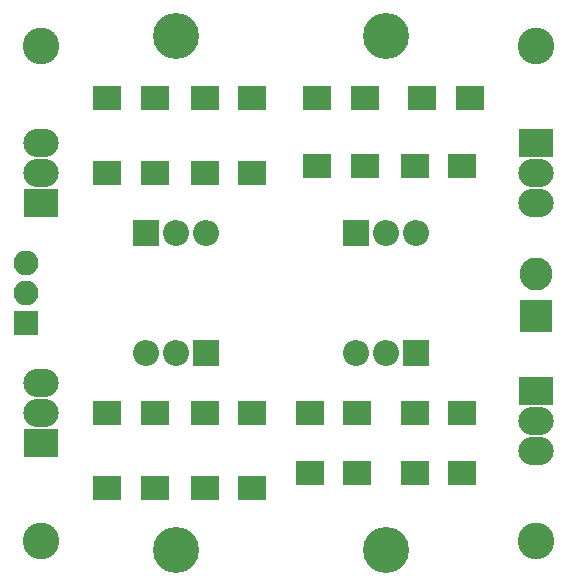
<source format=gbr>
G04 #@! TF.FileFunction,Soldermask,Bot*
%FSLAX46Y46*%
G04 Gerber Fmt 4.6, Leading zero omitted, Abs format (unit mm)*
G04 Created by KiCad (PCBNEW 4.0.7) date Tuesday, March 06, 2018 'PMt' 10:16:58 PM*
%MOMM*%
%LPD*%
G01*
G04 APERTURE LIST*
%ADD10C,0.100000*%
%ADD11R,2.400000X2.100000*%
%ADD12R,2.400000X2.000000*%
%ADD13O,3.900000X3.900000*%
%ADD14R,2.200000X2.200000*%
%ADD15O,2.200000X2.200000*%
%ADD16R,2.100000X2.100000*%
%ADD17O,2.100000X2.100000*%
%ADD18C,2.800000*%
%ADD19R,2.800000X2.800000*%
%ADD20C,3.100000*%
%ADD21R,3.000000X2.400000*%
%ADD22O,3.000000X2.400000*%
G04 APERTURE END LIST*
D10*
D11*
X130905000Y-67945000D03*
X126905000Y-67945000D03*
X122650000Y-67945000D03*
X118650000Y-67945000D03*
D12*
X126905000Y-74295000D03*
X130905000Y-74295000D03*
X140430000Y-73660000D03*
X136430000Y-73660000D03*
D11*
X149320000Y-67945000D03*
X145320000Y-67945000D03*
X140430000Y-67945000D03*
X136430000Y-67945000D03*
D13*
X124460000Y-62715000D03*
D14*
X121920000Y-79375000D03*
D15*
X124460000Y-79375000D03*
X127000000Y-79375000D03*
D13*
X142240000Y-106195000D03*
D14*
X144780000Y-89535000D03*
D15*
X142240000Y-89535000D03*
X139700000Y-89535000D03*
D11*
X139795000Y-99695000D03*
X135795000Y-99695000D03*
D12*
X126905000Y-94615000D03*
X130905000Y-94615000D03*
X139795000Y-94615000D03*
X135795000Y-94615000D03*
D16*
X111760000Y-86995000D03*
D17*
X111760000Y-84455000D03*
X111760000Y-81915000D03*
D18*
X154940000Y-82860000D03*
D19*
X154940000Y-86360000D03*
D11*
X118650000Y-100965000D03*
X122650000Y-100965000D03*
X126905000Y-100965000D03*
X130905000Y-100965000D03*
X148685000Y-99695000D03*
X144685000Y-99695000D03*
D13*
X142240000Y-62715000D03*
D14*
X139700000Y-79375000D03*
D15*
X142240000Y-79375000D03*
X144780000Y-79375000D03*
D13*
X124460000Y-106195000D03*
D14*
X127000000Y-89535000D03*
D15*
X124460000Y-89535000D03*
X121920000Y-89535000D03*
D20*
X154940000Y-63500000D03*
X113030000Y-63500000D03*
X113030000Y-105410000D03*
X154940000Y-105410000D03*
D21*
X113030000Y-76835000D03*
D22*
X113030000Y-74295000D03*
X113030000Y-71755000D03*
D21*
X154940000Y-71755000D03*
D22*
X154940000Y-74295000D03*
X154940000Y-76835000D03*
D21*
X113030000Y-97155000D03*
D22*
X113030000Y-94615000D03*
X113030000Y-92075000D03*
D21*
X154940000Y-92710000D03*
D22*
X154940000Y-95250000D03*
X154940000Y-97790000D03*
D12*
X122650000Y-74295000D03*
X118650000Y-74295000D03*
X148685000Y-73660000D03*
X144685000Y-73660000D03*
X118650000Y-94615000D03*
X122650000Y-94615000D03*
X148685000Y-94615000D03*
X144685000Y-94615000D03*
M02*

</source>
